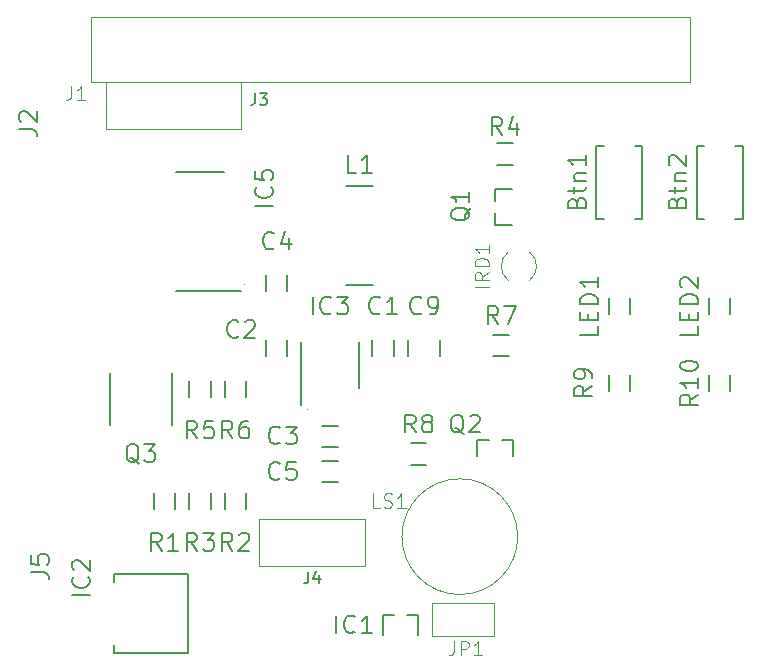
<source format=gto>
G04 #@! TF.GenerationSoftware,KiCad,Pcbnew,(5.1.2-1)-1*
G04 #@! TF.CreationDate,2019-07-25T00:26:34-07:00*
G04 #@! TF.ProjectId,first_design,66697273-745f-4646-9573-69676e2e6b69,rev?*
G04 #@! TF.SameCoordinates,Original*
G04 #@! TF.FileFunction,Legend,Top*
G04 #@! TF.FilePolarity,Positive*
%FSLAX46Y46*%
G04 Gerber Fmt 4.6, Leading zero omitted, Abs format (unit mm)*
G04 Created by KiCad (PCBNEW (5.1.2-1)-1) date 2019-07-25 00:26:34*
%MOMM*%
%LPD*%
G04 APERTURE LIST*
%ADD10C,0.150000*%
%ADD11C,0.100000*%
%ADD12C,0.120000*%
G04 APERTURE END LIST*
D10*
X9250000Y1150000D02*
X9250000Y1810000D01*
X15450000Y1150000D02*
X9250000Y1150000D01*
X15450000Y7850000D02*
X15450000Y1150000D01*
X9250000Y7850000D02*
X15450000Y7850000D01*
X9250000Y7190000D02*
X9250000Y7850000D01*
X31110000Y40650000D02*
X28890000Y40650000D01*
X31110000Y32350000D02*
X28890000Y32350000D01*
X18506914Y31820843D02*
X19941914Y31820843D01*
X18506914Y41840843D02*
X14506914Y41840843D01*
X18506914Y31820843D02*
X14506914Y31820843D01*
D11*
X20316914Y32385843D02*
G75*
G03X20316914Y32385843I-50000J0D01*
G01*
D12*
X44402774Y35097945D02*
G75*
G02X44402700Y32702000I-902774J-1197945D01*
G01*
X42597226Y32702055D02*
G75*
G02X42597300Y35098000I902774J1197945D01*
G01*
D10*
X59600000Y23330000D02*
X59600000Y24670000D01*
X61400000Y23330000D02*
X61400000Y24670000D01*
X51100000Y23330000D02*
X51100000Y24670000D01*
X52900000Y23330000D02*
X52900000Y24670000D01*
X25035000Y23550000D02*
X25035000Y22110000D01*
X29980000Y23550000D02*
X29980000Y27450000D01*
X25020000Y23550000D02*
X25020000Y27450000D01*
D11*
X25645000Y21785000D02*
G75*
G03X25645000Y21785000I-50000J0D01*
G01*
D10*
X36850000Y26330000D02*
X36850000Y27670000D01*
X34150000Y26330000D02*
X34150000Y27670000D01*
X22100000Y33170000D02*
X22100000Y31830000D01*
X23900000Y33170000D02*
X23900000Y31830000D01*
X26830000Y18600000D02*
X28170000Y18600000D01*
X26830000Y20400000D02*
X28170000Y20400000D01*
X22100000Y26330000D02*
X22100000Y27670000D01*
X23900000Y26330000D02*
X23900000Y27670000D01*
X39980000Y17800000D02*
X39980000Y19200000D01*
X39980000Y19200000D02*
X40965000Y19200000D01*
X43020000Y17800000D02*
X43020000Y19200000D01*
X43020000Y19200000D02*
X42035000Y19200000D01*
X35670000Y17100000D02*
X34330000Y17100000D01*
X35670000Y18900000D02*
X34330000Y18900000D01*
D12*
X7250000Y49520000D02*
X7250000Y55020000D01*
X7250000Y55020000D02*
X58010000Y55020000D01*
X58010000Y55020000D02*
X58010000Y49520000D01*
X58010000Y49520000D02*
X7250000Y49520000D01*
D10*
X15600000Y13330000D02*
X15600000Y14670000D01*
X17400000Y13330000D02*
X17400000Y14670000D01*
X8870000Y20415000D02*
X8870000Y24895000D01*
X14130000Y24895000D02*
X14130000Y20415000D01*
X59600000Y29830000D02*
X59600000Y31170000D01*
X61400000Y29830000D02*
X61400000Y31170000D01*
X51100000Y29830000D02*
X51100000Y31170000D01*
X52900000Y29830000D02*
X52900000Y31170000D01*
X50700000Y37900000D02*
X50050000Y37900000D01*
X53300000Y44100000D02*
X53950000Y44100000D01*
X53950000Y44100000D02*
X53950000Y37900000D01*
X53950000Y37900000D02*
X53300000Y37900000D01*
X50050000Y37900000D02*
X50050000Y44100000D01*
X50050000Y44100000D02*
X50700000Y44100000D01*
X59200000Y37900000D02*
X58550000Y37900000D01*
X61800000Y44100000D02*
X62450000Y44100000D01*
X62450000Y44100000D02*
X62450000Y37900000D01*
X62450000Y37900000D02*
X61800000Y37900000D01*
X58550000Y37900000D02*
X58550000Y44100000D01*
X58550000Y44100000D02*
X59200000Y44100000D01*
D12*
X36140000Y2620000D02*
X36140000Y5380000D01*
X36140000Y5380000D02*
X41400000Y5380000D01*
X41400000Y5380000D02*
X41400000Y2620000D01*
X41400000Y2620000D02*
X36140000Y2620000D01*
X43400000Y11000000D02*
G75*
G03X43400000Y11000000I-4900000J0D01*
G01*
D10*
X42670000Y26300000D02*
X41330000Y26300000D01*
X42670000Y28100000D02*
X41330000Y28100000D01*
X32000000Y2650000D02*
X32000000Y4350000D01*
X32000000Y4350000D02*
X32965000Y4350000D01*
X35000000Y2650000D02*
X35000000Y4350000D01*
X35000000Y4350000D02*
X34035000Y4350000D01*
X20400000Y24170000D02*
X20400000Y22830000D01*
X18600000Y24170000D02*
X18600000Y22830000D01*
X15600000Y22830000D02*
X15600000Y24170000D01*
X17400000Y22830000D02*
X17400000Y24170000D01*
X42970000Y42500000D02*
X41630000Y42500000D01*
X42970000Y44300000D02*
X41630000Y44300000D01*
X18600000Y13330000D02*
X18600000Y14670000D01*
X20400000Y13330000D02*
X20400000Y14670000D01*
X12600000Y13330000D02*
X12600000Y14670000D01*
X14400000Y13330000D02*
X14400000Y14670000D01*
D12*
X21500000Y8500000D02*
X30500000Y8500000D01*
X30500000Y12500000D02*
X21500000Y12500000D01*
X30500000Y8500000D02*
X30500000Y12500000D01*
X21500000Y12500000D02*
X21500000Y8500000D01*
X20000000Y49500000D02*
X8500000Y49500000D01*
X20000000Y45500000D02*
X20000000Y49500000D01*
X8500000Y45500000D02*
X20000000Y45500000D01*
X8500000Y49500000D02*
X8500000Y45500000D01*
D10*
X42900000Y37380000D02*
X41500000Y37380000D01*
X41500000Y37380000D02*
X41500000Y38365000D01*
X42900000Y40420000D02*
X41500000Y40420000D01*
X41500000Y40420000D02*
X41500000Y39435000D01*
X32900000Y26330000D02*
X32900000Y27670000D01*
X31100000Y26330000D02*
X31100000Y27670000D01*
X26830000Y17400000D02*
X28170000Y17400000D01*
X26830000Y15600000D02*
X28170000Y15600000D01*
X7178571Y6035714D02*
X5678571Y6035714D01*
X7035714Y7607142D02*
X7107142Y7535714D01*
X7178571Y7321428D01*
X7178571Y7178571D01*
X7107142Y6964285D01*
X6964285Y6821428D01*
X6821428Y6750000D01*
X6535714Y6678571D01*
X6321428Y6678571D01*
X6035714Y6750000D01*
X5892857Y6821428D01*
X5750000Y6964285D01*
X5678571Y7178571D01*
X5678571Y7321428D01*
X5750000Y7535714D01*
X5821428Y7607142D01*
X5821428Y8178571D02*
X5750000Y8250000D01*
X5678571Y8392857D01*
X5678571Y8750000D01*
X5750000Y8892857D01*
X5821428Y8964285D01*
X5964285Y9035714D01*
X6107142Y9035714D01*
X6321428Y8964285D01*
X7178571Y8107142D01*
X7178571Y9035714D01*
X29750000Y41821428D02*
X29035714Y41821428D01*
X29035714Y43321428D01*
X31035714Y41821428D02*
X30178571Y41821428D01*
X30607142Y41821428D02*
X30607142Y43321428D01*
X30464285Y43107142D01*
X30321428Y42964285D01*
X30178571Y42892857D01*
X22678571Y39035714D02*
X21178571Y39035714D01*
X22535714Y40607142D02*
X22607142Y40535714D01*
X22678571Y40321428D01*
X22678571Y40178571D01*
X22607142Y39964285D01*
X22464285Y39821428D01*
X22321428Y39750000D01*
X22035714Y39678571D01*
X21821428Y39678571D01*
X21535714Y39750000D01*
X21392857Y39821428D01*
X21250000Y39964285D01*
X21178571Y40178571D01*
X21178571Y40321428D01*
X21250000Y40535714D01*
X21321428Y40607142D01*
X21178571Y41964285D02*
X21178571Y41250000D01*
X21892857Y41178571D01*
X21821428Y41250000D01*
X21750000Y41392857D01*
X21750000Y41750000D01*
X21821428Y41892857D01*
X21892857Y41964285D01*
X22035714Y42035714D01*
X22392857Y42035714D01*
X22535714Y41964285D01*
X22607142Y41892857D01*
X22678571Y41750000D01*
X22678571Y41392857D01*
X22607142Y41250000D01*
X22535714Y41178571D01*
D12*
X40942857Y32128571D02*
X39742857Y32128571D01*
X40942857Y33385714D02*
X40371428Y32985714D01*
X40942857Y32700000D02*
X39742857Y32700000D01*
X39742857Y33157142D01*
X39800000Y33271428D01*
X39857142Y33328571D01*
X39971428Y33385714D01*
X40142857Y33385714D01*
X40257142Y33328571D01*
X40314285Y33271428D01*
X40371428Y33157142D01*
X40371428Y32700000D01*
X40942857Y33900000D02*
X39742857Y33900000D01*
X39742857Y34185714D01*
X39800000Y34357142D01*
X39914285Y34471428D01*
X40028571Y34528571D01*
X40257142Y34585714D01*
X40428571Y34585714D01*
X40657142Y34528571D01*
X40771428Y34471428D01*
X40885714Y34357142D01*
X40942857Y34185714D01*
X40942857Y33900000D01*
X40942857Y35728571D02*
X40942857Y35042857D01*
X40942857Y35385714D02*
X39742857Y35385714D01*
X39914285Y35271428D01*
X40028571Y35157142D01*
X40085714Y35042857D01*
D10*
X58678571Y23035714D02*
X57964285Y22535714D01*
X58678571Y22178571D02*
X57178571Y22178571D01*
X57178571Y22750000D01*
X57250000Y22892857D01*
X57321428Y22964285D01*
X57464285Y23035714D01*
X57678571Y23035714D01*
X57821428Y22964285D01*
X57892857Y22892857D01*
X57964285Y22750000D01*
X57964285Y22178571D01*
X58678571Y24464285D02*
X58678571Y23607142D01*
X58678571Y24035714D02*
X57178571Y24035714D01*
X57392857Y23892857D01*
X57535714Y23750000D01*
X57607142Y23607142D01*
X57178571Y25392857D02*
X57178571Y25535714D01*
X57250000Y25678571D01*
X57321428Y25750000D01*
X57464285Y25821428D01*
X57750000Y25892857D01*
X58107142Y25892857D01*
X58392857Y25821428D01*
X58535714Y25750000D01*
X58607142Y25678571D01*
X58678571Y25535714D01*
X58678571Y25392857D01*
X58607142Y25250000D01*
X58535714Y25178571D01*
X58392857Y25107142D01*
X58107142Y25035714D01*
X57750000Y25035714D01*
X57464285Y25107142D01*
X57321428Y25178571D01*
X57250000Y25250000D01*
X57178571Y25392857D01*
X49678571Y23750000D02*
X48964285Y23250000D01*
X49678571Y22892857D02*
X48178571Y22892857D01*
X48178571Y23464285D01*
X48250000Y23607142D01*
X48321428Y23678571D01*
X48464285Y23750000D01*
X48678571Y23750000D01*
X48821428Y23678571D01*
X48892857Y23607142D01*
X48964285Y23464285D01*
X48964285Y22892857D01*
X49678571Y24464285D02*
X49678571Y24750000D01*
X49607142Y24892857D01*
X49535714Y24964285D01*
X49321428Y25107142D01*
X49035714Y25178571D01*
X48464285Y25178571D01*
X48321428Y25107142D01*
X48250000Y25035714D01*
X48178571Y24892857D01*
X48178571Y24607142D01*
X48250000Y24464285D01*
X48321428Y24392857D01*
X48464285Y24321428D01*
X48821428Y24321428D01*
X48964285Y24392857D01*
X49035714Y24464285D01*
X49107142Y24607142D01*
X49107142Y24892857D01*
X49035714Y25035714D01*
X48964285Y25107142D01*
X48821428Y25178571D01*
X26035714Y29821428D02*
X26035714Y31321428D01*
X27607142Y29964285D02*
X27535714Y29892857D01*
X27321428Y29821428D01*
X27178571Y29821428D01*
X26964285Y29892857D01*
X26821428Y30035714D01*
X26750000Y30178571D01*
X26678571Y30464285D01*
X26678571Y30678571D01*
X26750000Y30964285D01*
X26821428Y31107142D01*
X26964285Y31250000D01*
X27178571Y31321428D01*
X27321428Y31321428D01*
X27535714Y31250000D01*
X27607142Y31178571D01*
X28107142Y31321428D02*
X29035714Y31321428D01*
X28535714Y30750000D01*
X28750000Y30750000D01*
X28892857Y30678571D01*
X28964285Y30607142D01*
X29035714Y30464285D01*
X29035714Y30107142D01*
X28964285Y29964285D01*
X28892857Y29892857D01*
X28750000Y29821428D01*
X28321428Y29821428D01*
X28178571Y29892857D01*
X28107142Y29964285D01*
X35250000Y29964285D02*
X35178571Y29892857D01*
X34964285Y29821428D01*
X34821428Y29821428D01*
X34607142Y29892857D01*
X34464285Y30035714D01*
X34392857Y30178571D01*
X34321428Y30464285D01*
X34321428Y30678571D01*
X34392857Y30964285D01*
X34464285Y31107142D01*
X34607142Y31250000D01*
X34821428Y31321428D01*
X34964285Y31321428D01*
X35178571Y31250000D01*
X35250000Y31178571D01*
X35964285Y29821428D02*
X36250000Y29821428D01*
X36392857Y29892857D01*
X36464285Y29964285D01*
X36607142Y30178571D01*
X36678571Y30464285D01*
X36678571Y31035714D01*
X36607142Y31178571D01*
X36535714Y31250000D01*
X36392857Y31321428D01*
X36107142Y31321428D01*
X35964285Y31250000D01*
X35892857Y31178571D01*
X35821428Y31035714D01*
X35821428Y30678571D01*
X35892857Y30535714D01*
X35964285Y30464285D01*
X36107142Y30392857D01*
X36392857Y30392857D01*
X36535714Y30464285D01*
X36607142Y30535714D01*
X36678571Y30678571D01*
X22750000Y35464285D02*
X22678571Y35392857D01*
X22464285Y35321428D01*
X22321428Y35321428D01*
X22107142Y35392857D01*
X21964285Y35535714D01*
X21892857Y35678571D01*
X21821428Y35964285D01*
X21821428Y36178571D01*
X21892857Y36464285D01*
X21964285Y36607142D01*
X22107142Y36750000D01*
X22321428Y36821428D01*
X22464285Y36821428D01*
X22678571Y36750000D01*
X22750000Y36678571D01*
X24035714Y36321428D02*
X24035714Y35321428D01*
X23678571Y36892857D02*
X23321428Y35821428D01*
X24250000Y35821428D01*
X23250000Y18964285D02*
X23178571Y18892857D01*
X22964285Y18821428D01*
X22821428Y18821428D01*
X22607142Y18892857D01*
X22464285Y19035714D01*
X22392857Y19178571D01*
X22321428Y19464285D01*
X22321428Y19678571D01*
X22392857Y19964285D01*
X22464285Y20107142D01*
X22607142Y20250000D01*
X22821428Y20321428D01*
X22964285Y20321428D01*
X23178571Y20250000D01*
X23250000Y20178571D01*
X23750000Y20321428D02*
X24678571Y20321428D01*
X24178571Y19750000D01*
X24392857Y19750000D01*
X24535714Y19678571D01*
X24607142Y19607142D01*
X24678571Y19464285D01*
X24678571Y19107142D01*
X24607142Y18964285D01*
X24535714Y18892857D01*
X24392857Y18821428D01*
X23964285Y18821428D01*
X23821428Y18892857D01*
X23750000Y18964285D01*
X19750000Y27964285D02*
X19678571Y27892857D01*
X19464285Y27821428D01*
X19321428Y27821428D01*
X19107142Y27892857D01*
X18964285Y28035714D01*
X18892857Y28178571D01*
X18821428Y28464285D01*
X18821428Y28678571D01*
X18892857Y28964285D01*
X18964285Y29107142D01*
X19107142Y29250000D01*
X19321428Y29321428D01*
X19464285Y29321428D01*
X19678571Y29250000D01*
X19750000Y29178571D01*
X20321428Y29178571D02*
X20392857Y29250000D01*
X20535714Y29321428D01*
X20892857Y29321428D01*
X21035714Y29250000D01*
X21107142Y29178571D01*
X21178571Y29035714D01*
X21178571Y28892857D01*
X21107142Y28678571D01*
X20250000Y27821428D01*
X21178571Y27821428D01*
X38857142Y19678571D02*
X38714285Y19750000D01*
X38571428Y19892857D01*
X38357142Y20107142D01*
X38214285Y20178571D01*
X38071428Y20178571D01*
X38142857Y19821428D02*
X38000000Y19892857D01*
X37857142Y20035714D01*
X37785714Y20321428D01*
X37785714Y20821428D01*
X37857142Y21107142D01*
X38000000Y21250000D01*
X38142857Y21321428D01*
X38428571Y21321428D01*
X38571428Y21250000D01*
X38714285Y21107142D01*
X38785714Y20821428D01*
X38785714Y20321428D01*
X38714285Y20035714D01*
X38571428Y19892857D01*
X38428571Y19821428D01*
X38142857Y19821428D01*
X39357142Y21178571D02*
X39428571Y21250000D01*
X39571428Y21321428D01*
X39928571Y21321428D01*
X40071428Y21250000D01*
X40142857Y21178571D01*
X40214285Y21035714D01*
X40214285Y20892857D01*
X40142857Y20678571D01*
X39285714Y19821428D01*
X40214285Y19821428D01*
X34750000Y19821428D02*
X34250000Y20535714D01*
X33892857Y19821428D02*
X33892857Y21321428D01*
X34464285Y21321428D01*
X34607142Y21250000D01*
X34678571Y21178571D01*
X34750000Y21035714D01*
X34750000Y20821428D01*
X34678571Y20678571D01*
X34607142Y20607142D01*
X34464285Y20535714D01*
X33892857Y20535714D01*
X35607142Y20678571D02*
X35464285Y20750000D01*
X35392857Y20821428D01*
X35321428Y20964285D01*
X35321428Y21035714D01*
X35392857Y21178571D01*
X35464285Y21250000D01*
X35607142Y21321428D01*
X35892857Y21321428D01*
X36035714Y21250000D01*
X36107142Y21178571D01*
X36178571Y21035714D01*
X36178571Y20964285D01*
X36107142Y20821428D01*
X36035714Y20750000D01*
X35892857Y20678571D01*
X35607142Y20678571D01*
X35464285Y20607142D01*
X35392857Y20535714D01*
X35321428Y20392857D01*
X35321428Y20107142D01*
X35392857Y19964285D01*
X35464285Y19892857D01*
X35607142Y19821428D01*
X35892857Y19821428D01*
X36035714Y19892857D01*
X36107142Y19964285D01*
X36178571Y20107142D01*
X36178571Y20392857D01*
X36107142Y20535714D01*
X36035714Y20607142D01*
X35892857Y20678571D01*
D12*
X5599999Y49157142D02*
X5599999Y48300000D01*
X5542857Y48128571D01*
X5428571Y48014285D01*
X5257142Y47957142D01*
X5142857Y47957142D01*
X6799999Y47957142D02*
X6114285Y47957142D01*
X6457142Y47957142D02*
X6457142Y49157142D01*
X6342857Y48985714D01*
X6228571Y48871428D01*
X6114285Y48814285D01*
D10*
X16250000Y9821428D02*
X15750000Y10535714D01*
X15392857Y9821428D02*
X15392857Y11321428D01*
X15964285Y11321428D01*
X16107142Y11250000D01*
X16178571Y11178571D01*
X16250000Y11035714D01*
X16250000Y10821428D01*
X16178571Y10678571D01*
X16107142Y10607142D01*
X15964285Y10535714D01*
X15392857Y10535714D01*
X16750000Y11321428D02*
X17678571Y11321428D01*
X17178571Y10750000D01*
X17392857Y10750000D01*
X17535714Y10678571D01*
X17607142Y10607142D01*
X17678571Y10464285D01*
X17678571Y10107142D01*
X17607142Y9964285D01*
X17535714Y9892857D01*
X17392857Y9821428D01*
X16964285Y9821428D01*
X16821428Y9892857D01*
X16750000Y9964285D01*
X11357142Y17178571D02*
X11214285Y17250000D01*
X11071428Y17392857D01*
X10857142Y17607142D01*
X10714285Y17678571D01*
X10571428Y17678571D01*
X10642857Y17321428D02*
X10500000Y17392857D01*
X10357142Y17535714D01*
X10285714Y17821428D01*
X10285714Y18321428D01*
X10357142Y18607142D01*
X10500000Y18750000D01*
X10642857Y18821428D01*
X10928571Y18821428D01*
X11071428Y18750000D01*
X11214285Y18607142D01*
X11285714Y18321428D01*
X11285714Y17821428D01*
X11214285Y17535714D01*
X11071428Y17392857D01*
X10928571Y17321428D01*
X10642857Y17321428D01*
X11785714Y18821428D02*
X12714285Y18821428D01*
X12214285Y18250000D01*
X12428571Y18250000D01*
X12571428Y18178571D01*
X12642857Y18107142D01*
X12714285Y17964285D01*
X12714285Y17607142D01*
X12642857Y17464285D01*
X12571428Y17392857D01*
X12428571Y17321428D01*
X12000000Y17321428D01*
X11857142Y17392857D01*
X11785714Y17464285D01*
X58678571Y28821428D02*
X58678571Y28107142D01*
X57178571Y28107142D01*
X57892857Y29321428D02*
X57892857Y29821428D01*
X58678571Y30035714D02*
X58678571Y29321428D01*
X57178571Y29321428D01*
X57178571Y30035714D01*
X58678571Y30678571D02*
X57178571Y30678571D01*
X57178571Y31035714D01*
X57250000Y31250000D01*
X57392857Y31392857D01*
X57535714Y31464285D01*
X57821428Y31535714D01*
X58035714Y31535714D01*
X58321428Y31464285D01*
X58464285Y31392857D01*
X58607142Y31250000D01*
X58678571Y31035714D01*
X58678571Y30678571D01*
X57321428Y32107142D02*
X57250000Y32178571D01*
X57178571Y32321428D01*
X57178571Y32678571D01*
X57250000Y32821428D01*
X57321428Y32892857D01*
X57464285Y32964285D01*
X57607142Y32964285D01*
X57821428Y32892857D01*
X58678571Y32035714D01*
X58678571Y32964285D01*
X50178571Y28821428D02*
X50178571Y28107142D01*
X48678571Y28107142D01*
X49392857Y29321428D02*
X49392857Y29821428D01*
X50178571Y30035714D02*
X50178571Y29321428D01*
X48678571Y29321428D01*
X48678571Y30035714D01*
X50178571Y30678571D02*
X48678571Y30678571D01*
X48678571Y31035714D01*
X48750000Y31250000D01*
X48892857Y31392857D01*
X49035714Y31464285D01*
X49321428Y31535714D01*
X49535714Y31535714D01*
X49821428Y31464285D01*
X49964285Y31392857D01*
X50107142Y31250000D01*
X50178571Y31035714D01*
X50178571Y30678571D01*
X50178571Y32964285D02*
X50178571Y32107142D01*
X50178571Y32535714D02*
X48678571Y32535714D01*
X48892857Y32392857D01*
X49035714Y32250000D01*
X49107142Y32107142D01*
X48392857Y39285714D02*
X48464285Y39500000D01*
X48535714Y39571428D01*
X48678571Y39642857D01*
X48892857Y39642857D01*
X49035714Y39571428D01*
X49107142Y39500000D01*
X49178571Y39357142D01*
X49178571Y38785714D01*
X47678571Y38785714D01*
X47678571Y39285714D01*
X47750000Y39428571D01*
X47821428Y39500000D01*
X47964285Y39571428D01*
X48107142Y39571428D01*
X48250000Y39500000D01*
X48321428Y39428571D01*
X48392857Y39285714D01*
X48392857Y38785714D01*
X48178571Y40071428D02*
X48178571Y40642857D01*
X47678571Y40285714D02*
X48964285Y40285714D01*
X49107142Y40357142D01*
X49178571Y40500000D01*
X49178571Y40642857D01*
X48178571Y41142857D02*
X49178571Y41142857D01*
X48321428Y41142857D02*
X48250000Y41214285D01*
X48178571Y41357142D01*
X48178571Y41571428D01*
X48250000Y41714285D01*
X48392857Y41785714D01*
X49178571Y41785714D01*
X49178571Y43285714D02*
X49178571Y42428571D01*
X49178571Y42857142D02*
X47678571Y42857142D01*
X47892857Y42714285D01*
X48035714Y42571428D01*
X48107142Y42428571D01*
X56892857Y39285714D02*
X56964285Y39500000D01*
X57035714Y39571428D01*
X57178571Y39642857D01*
X57392857Y39642857D01*
X57535714Y39571428D01*
X57607142Y39500000D01*
X57678571Y39357142D01*
X57678571Y38785714D01*
X56178571Y38785714D01*
X56178571Y39285714D01*
X56250000Y39428571D01*
X56321428Y39500000D01*
X56464285Y39571428D01*
X56607142Y39571428D01*
X56750000Y39500000D01*
X56821428Y39428571D01*
X56892857Y39285714D01*
X56892857Y38785714D01*
X56678571Y40071428D02*
X56678571Y40642857D01*
X56178571Y40285714D02*
X57464285Y40285714D01*
X57607142Y40357142D01*
X57678571Y40500000D01*
X57678571Y40642857D01*
X56678571Y41142857D02*
X57678571Y41142857D01*
X56821428Y41142857D02*
X56750000Y41214285D01*
X56678571Y41357142D01*
X56678571Y41571428D01*
X56750000Y41714285D01*
X56892857Y41785714D01*
X57678571Y41785714D01*
X56321428Y42428571D02*
X56250000Y42500000D01*
X56178571Y42642857D01*
X56178571Y43000000D01*
X56250000Y43142857D01*
X56321428Y43214285D01*
X56464285Y43285714D01*
X56607142Y43285714D01*
X56821428Y43214285D01*
X57678571Y42357142D01*
X57678571Y43285714D01*
D12*
X38000000Y2157142D02*
X38000000Y1300000D01*
X37942857Y1128571D01*
X37828571Y1014285D01*
X37657142Y957142D01*
X37542857Y957142D01*
X38571428Y957142D02*
X38571428Y2157142D01*
X39028571Y2157142D01*
X39142857Y2100000D01*
X39200000Y2042857D01*
X39257142Y1928571D01*
X39257142Y1757142D01*
X39200000Y1642857D01*
X39142857Y1585714D01*
X39028571Y1528571D01*
X38571428Y1528571D01*
X40400000Y957142D02*
X39714285Y957142D01*
X40057142Y957142D02*
X40057142Y2157142D01*
X39942857Y1985714D01*
X39828571Y1871428D01*
X39714285Y1814285D01*
X31728571Y13457142D02*
X31157142Y13457142D01*
X31157142Y14657142D01*
X32071428Y13514285D02*
X32242857Y13457142D01*
X32528571Y13457142D01*
X32642857Y13514285D01*
X32700000Y13571428D01*
X32757142Y13685714D01*
X32757142Y13800000D01*
X32700000Y13914285D01*
X32642857Y13971428D01*
X32528571Y14028571D01*
X32300000Y14085714D01*
X32185714Y14142857D01*
X32128571Y14200000D01*
X32071428Y14314285D01*
X32071428Y14428571D01*
X32128571Y14542857D01*
X32185714Y14600000D01*
X32300000Y14657142D01*
X32585714Y14657142D01*
X32757142Y14600000D01*
X33900000Y13457142D02*
X33214285Y13457142D01*
X33557142Y13457142D02*
X33557142Y14657142D01*
X33442857Y14485714D01*
X33328571Y14371428D01*
X33214285Y14314285D01*
D10*
X2178571Y8000000D02*
X3250000Y8000000D01*
X3464285Y7928571D01*
X3607142Y7785714D01*
X3678571Y7571428D01*
X3678571Y7428571D01*
X2178571Y9428571D02*
X2178571Y8714285D01*
X2892857Y8642857D01*
X2821428Y8714285D01*
X2750000Y8857142D01*
X2750000Y9214285D01*
X2821428Y9357142D01*
X2892857Y9428571D01*
X3035714Y9500000D01*
X3392857Y9500000D01*
X3535714Y9428571D01*
X3607142Y9357142D01*
X3678571Y9214285D01*
X3678571Y8857142D01*
X3607142Y8714285D01*
X3535714Y8642857D01*
X1178571Y45500000D02*
X2250000Y45500000D01*
X2464285Y45428571D01*
X2607142Y45285714D01*
X2678571Y45071428D01*
X2678571Y44928571D01*
X1321428Y46142857D02*
X1250000Y46214285D01*
X1178571Y46357142D01*
X1178571Y46714285D01*
X1250000Y46857142D01*
X1321428Y46928571D01*
X1464285Y47000000D01*
X1607142Y47000000D01*
X1821428Y46928571D01*
X2678571Y46071428D01*
X2678571Y47000000D01*
X41750000Y29021428D02*
X41250000Y29735714D01*
X40892857Y29021428D02*
X40892857Y30521428D01*
X41464285Y30521428D01*
X41607142Y30450000D01*
X41678571Y30378571D01*
X41750000Y30235714D01*
X41750000Y30021428D01*
X41678571Y29878571D01*
X41607142Y29807142D01*
X41464285Y29735714D01*
X40892857Y29735714D01*
X42250000Y30521428D02*
X43250000Y30521428D01*
X42607142Y29021428D01*
X28035714Y2821428D02*
X28035714Y4321428D01*
X29607142Y2964285D02*
X29535714Y2892857D01*
X29321428Y2821428D01*
X29178571Y2821428D01*
X28964285Y2892857D01*
X28821428Y3035714D01*
X28750000Y3178571D01*
X28678571Y3464285D01*
X28678571Y3678571D01*
X28750000Y3964285D01*
X28821428Y4107142D01*
X28964285Y4250000D01*
X29178571Y4321428D01*
X29321428Y4321428D01*
X29535714Y4250000D01*
X29607142Y4178571D01*
X31035714Y2821428D02*
X30178571Y2821428D01*
X30607142Y2821428D02*
X30607142Y4321428D01*
X30464285Y4107142D01*
X30321428Y3964285D01*
X30178571Y3892857D01*
X19250000Y19321428D02*
X18750000Y20035714D01*
X18392857Y19321428D02*
X18392857Y20821428D01*
X18964285Y20821428D01*
X19107142Y20750000D01*
X19178571Y20678571D01*
X19250000Y20535714D01*
X19250000Y20321428D01*
X19178571Y20178571D01*
X19107142Y20107142D01*
X18964285Y20035714D01*
X18392857Y20035714D01*
X20535714Y20821428D02*
X20250000Y20821428D01*
X20107142Y20750000D01*
X20035714Y20678571D01*
X19892857Y20464285D01*
X19821428Y20178571D01*
X19821428Y19607142D01*
X19892857Y19464285D01*
X19964285Y19392857D01*
X20107142Y19321428D01*
X20392857Y19321428D01*
X20535714Y19392857D01*
X20607142Y19464285D01*
X20678571Y19607142D01*
X20678571Y19964285D01*
X20607142Y20107142D01*
X20535714Y20178571D01*
X20392857Y20250000D01*
X20107142Y20250000D01*
X19964285Y20178571D01*
X19892857Y20107142D01*
X19821428Y19964285D01*
X16250000Y19321428D02*
X15750000Y20035714D01*
X15392857Y19321428D02*
X15392857Y20821428D01*
X15964285Y20821428D01*
X16107142Y20750000D01*
X16178571Y20678571D01*
X16250000Y20535714D01*
X16250000Y20321428D01*
X16178571Y20178571D01*
X16107142Y20107142D01*
X15964285Y20035714D01*
X15392857Y20035714D01*
X17607142Y20821428D02*
X16892857Y20821428D01*
X16821428Y20107142D01*
X16892857Y20178571D01*
X17035714Y20250000D01*
X17392857Y20250000D01*
X17535714Y20178571D01*
X17607142Y20107142D01*
X17678571Y19964285D01*
X17678571Y19607142D01*
X17607142Y19464285D01*
X17535714Y19392857D01*
X17392857Y19321428D01*
X17035714Y19321428D01*
X16892857Y19392857D01*
X16821428Y19464285D01*
X42050000Y45021428D02*
X41550000Y45735714D01*
X41192857Y45021428D02*
X41192857Y46521428D01*
X41764285Y46521428D01*
X41907142Y46450000D01*
X41978571Y46378571D01*
X42050000Y46235714D01*
X42050000Y46021428D01*
X41978571Y45878571D01*
X41907142Y45807142D01*
X41764285Y45735714D01*
X41192857Y45735714D01*
X43335714Y46021428D02*
X43335714Y45021428D01*
X42978571Y46592857D02*
X42621428Y45521428D01*
X43550000Y45521428D01*
X19250000Y9821428D02*
X18750000Y10535714D01*
X18392857Y9821428D02*
X18392857Y11321428D01*
X18964285Y11321428D01*
X19107142Y11250000D01*
X19178571Y11178571D01*
X19250000Y11035714D01*
X19250000Y10821428D01*
X19178571Y10678571D01*
X19107142Y10607142D01*
X18964285Y10535714D01*
X18392857Y10535714D01*
X19821428Y11178571D02*
X19892857Y11250000D01*
X20035714Y11321428D01*
X20392857Y11321428D01*
X20535714Y11250000D01*
X20607142Y11178571D01*
X20678571Y11035714D01*
X20678571Y10892857D01*
X20607142Y10678571D01*
X19750000Y9821428D01*
X20678571Y9821428D01*
X13250000Y9821428D02*
X12750000Y10535714D01*
X12392857Y9821428D02*
X12392857Y11321428D01*
X12964285Y11321428D01*
X13107142Y11250000D01*
X13178571Y11178571D01*
X13250000Y11035714D01*
X13250000Y10821428D01*
X13178571Y10678571D01*
X13107142Y10607142D01*
X12964285Y10535714D01*
X12392857Y10535714D01*
X14678571Y9821428D02*
X13821428Y9821428D01*
X14250000Y9821428D02*
X14250000Y11321428D01*
X14107142Y11107142D01*
X13964285Y10964285D01*
X13821428Y10892857D01*
X25666666Y8047619D02*
X25666666Y7333333D01*
X25619047Y7190476D01*
X25523809Y7095238D01*
X25380952Y7047619D01*
X25285714Y7047619D01*
X26571428Y7714285D02*
X26571428Y7047619D01*
X26333333Y8095238D02*
X26095238Y7380952D01*
X26714285Y7380952D01*
X21166666Y48547619D02*
X21166666Y47833333D01*
X21119047Y47690476D01*
X21023809Y47595238D01*
X20880952Y47547619D01*
X20785714Y47547619D01*
X21547619Y48547619D02*
X22166666Y48547619D01*
X21833333Y48166666D01*
X21976190Y48166666D01*
X22071428Y48119047D01*
X22119047Y48071428D01*
X22166666Y47976190D01*
X22166666Y47738095D01*
X22119047Y47642857D01*
X22071428Y47595238D01*
X21976190Y47547619D01*
X21690476Y47547619D01*
X21595238Y47595238D01*
X21547619Y47642857D01*
X39421428Y38857142D02*
X39350000Y38714285D01*
X39207142Y38571428D01*
X38992857Y38357142D01*
X38921428Y38214285D01*
X38921428Y38071428D01*
X39278571Y38142857D02*
X39207142Y38000000D01*
X39064285Y37857142D01*
X38778571Y37785714D01*
X38278571Y37785714D01*
X37992857Y37857142D01*
X37850000Y38000000D01*
X37778571Y38142857D01*
X37778571Y38428571D01*
X37850000Y38571428D01*
X37992857Y38714285D01*
X38278571Y38785714D01*
X38778571Y38785714D01*
X39064285Y38714285D01*
X39207142Y38571428D01*
X39278571Y38428571D01*
X39278571Y38142857D01*
X39278571Y40214285D02*
X39278571Y39357142D01*
X39278571Y39785714D02*
X37778571Y39785714D01*
X37992857Y39642857D01*
X38135714Y39500000D01*
X38207142Y39357142D01*
X31750000Y29964285D02*
X31678571Y29892857D01*
X31464285Y29821428D01*
X31321428Y29821428D01*
X31107142Y29892857D01*
X30964285Y30035714D01*
X30892857Y30178571D01*
X30821428Y30464285D01*
X30821428Y30678571D01*
X30892857Y30964285D01*
X30964285Y31107142D01*
X31107142Y31250000D01*
X31321428Y31321428D01*
X31464285Y31321428D01*
X31678571Y31250000D01*
X31750000Y31178571D01*
X33178571Y29821428D02*
X32321428Y29821428D01*
X32750000Y29821428D02*
X32750000Y31321428D01*
X32607142Y31107142D01*
X32464285Y30964285D01*
X32321428Y30892857D01*
X23250000Y15964285D02*
X23178571Y15892857D01*
X22964285Y15821428D01*
X22821428Y15821428D01*
X22607142Y15892857D01*
X22464285Y16035714D01*
X22392857Y16178571D01*
X22321428Y16464285D01*
X22321428Y16678571D01*
X22392857Y16964285D01*
X22464285Y17107142D01*
X22607142Y17250000D01*
X22821428Y17321428D01*
X22964285Y17321428D01*
X23178571Y17250000D01*
X23250000Y17178571D01*
X24607142Y17321428D02*
X23892857Y17321428D01*
X23821428Y16607142D01*
X23892857Y16678571D01*
X24035714Y16750000D01*
X24392857Y16750000D01*
X24535714Y16678571D01*
X24607142Y16607142D01*
X24678571Y16464285D01*
X24678571Y16107142D01*
X24607142Y15964285D01*
X24535714Y15892857D01*
X24392857Y15821428D01*
X24035714Y15821428D01*
X23892857Y15892857D01*
X23821428Y15964285D01*
M02*

</source>
